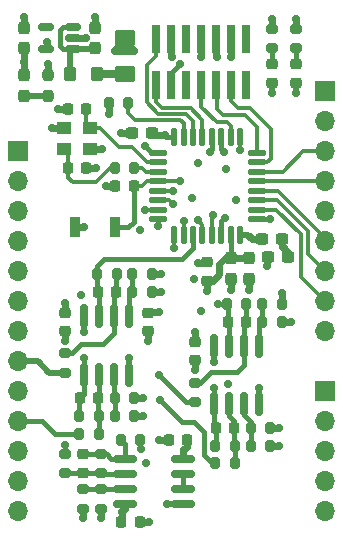
<source format=gbr>
%TF.GenerationSoftware,KiCad,Pcbnew,(6.0.9)*%
%TF.CreationDate,2023-01-29T17:21:33+01:00*%
%TF.ProjectId,witns_processing_board,7769746e-735f-4707-926f-63657373696e,rev?*%
%TF.SameCoordinates,Original*%
%TF.FileFunction,Copper,L1,Top*%
%TF.FilePolarity,Positive*%
%FSLAX46Y46*%
G04 Gerber Fmt 4.6, Leading zero omitted, Abs format (unit mm)*
G04 Created by KiCad (PCBNEW (6.0.9)) date 2023-01-29 17:21:33*
%MOMM*%
%LPD*%
G01*
G04 APERTURE LIST*
G04 Aperture macros list*
%AMRoundRect*
0 Rectangle with rounded corners*
0 $1 Rounding radius*
0 $2 $3 $4 $5 $6 $7 $8 $9 X,Y pos of 4 corners*
0 Add a 4 corners polygon primitive as box body*
4,1,4,$2,$3,$4,$5,$6,$7,$8,$9,$2,$3,0*
0 Add four circle primitives for the rounded corners*
1,1,$1+$1,$2,$3*
1,1,$1+$1,$4,$5*
1,1,$1+$1,$6,$7*
1,1,$1+$1,$8,$9*
0 Add four rect primitives between the rounded corners*
20,1,$1+$1,$2,$3,$4,$5,0*
20,1,$1+$1,$4,$5,$6,$7,0*
20,1,$1+$1,$6,$7,$8,$9,0*
20,1,$1+$1,$8,$9,$2,$3,0*%
G04 Aperture macros list end*
%TA.AperFunction,SMDPad,CuDef*%
%ADD10RoundRect,0.200000X0.200000X0.275000X-0.200000X0.275000X-0.200000X-0.275000X0.200000X-0.275000X0*%
%TD*%
%TA.AperFunction,SMDPad,CuDef*%
%ADD11RoundRect,0.150000X-0.825000X-0.150000X0.825000X-0.150000X0.825000X0.150000X-0.825000X0.150000X0*%
%TD*%
%TA.AperFunction,SMDPad,CuDef*%
%ADD12RoundRect,0.200000X0.275000X-0.200000X0.275000X0.200000X-0.275000X0.200000X-0.275000X-0.200000X0*%
%TD*%
%TA.AperFunction,SMDPad,CuDef*%
%ADD13RoundRect,0.218750X-0.256250X0.218750X-0.256250X-0.218750X0.256250X-0.218750X0.256250X0.218750X0*%
%TD*%
%TA.AperFunction,SMDPad,CuDef*%
%ADD14RoundRect,0.200000X-0.275000X0.200000X-0.275000X-0.200000X0.275000X-0.200000X0.275000X0.200000X0*%
%TD*%
%TA.AperFunction,SMDPad,CuDef*%
%ADD15RoundRect,0.125000X-0.625000X-0.125000X0.625000X-0.125000X0.625000X0.125000X-0.625000X0.125000X0*%
%TD*%
%TA.AperFunction,SMDPad,CuDef*%
%ADD16RoundRect,0.125000X-0.125000X-0.625000X0.125000X-0.625000X0.125000X0.625000X-0.125000X0.625000X0*%
%TD*%
%TA.AperFunction,SMDPad,CuDef*%
%ADD17RoundRect,0.150000X0.150000X-0.825000X0.150000X0.825000X-0.150000X0.825000X-0.150000X-0.825000X0*%
%TD*%
%TA.AperFunction,SMDPad,CuDef*%
%ADD18RoundRect,0.225000X0.225000X0.250000X-0.225000X0.250000X-0.225000X-0.250000X0.225000X-0.250000X0*%
%TD*%
%TA.AperFunction,SMDPad,CuDef*%
%ADD19RoundRect,0.237500X0.237500X-0.300000X0.237500X0.300000X-0.237500X0.300000X-0.237500X-0.300000X0*%
%TD*%
%TA.AperFunction,SMDPad,CuDef*%
%ADD20RoundRect,0.225000X-0.225000X-0.250000X0.225000X-0.250000X0.225000X0.250000X-0.225000X0.250000X0*%
%TD*%
%TA.AperFunction,SMDPad,CuDef*%
%ADD21RoundRect,0.237500X-0.237500X0.300000X-0.237500X-0.300000X0.237500X-0.300000X0.237500X0.300000X0*%
%TD*%
%TA.AperFunction,SMDPad,CuDef*%
%ADD22RoundRect,0.237500X0.300000X0.237500X-0.300000X0.237500X-0.300000X-0.237500X0.300000X-0.237500X0*%
%TD*%
%TA.AperFunction,SMDPad,CuDef*%
%ADD23RoundRect,0.225000X0.250000X-0.225000X0.250000X0.225000X-0.250000X0.225000X-0.250000X-0.225000X0*%
%TD*%
%TA.AperFunction,SMDPad,CuDef*%
%ADD24RoundRect,0.150000X0.512500X0.150000X-0.512500X0.150000X-0.512500X-0.150000X0.512500X-0.150000X0*%
%TD*%
%TA.AperFunction,SMDPad,CuDef*%
%ADD25R,0.900000X1.700000*%
%TD*%
%TA.AperFunction,SMDPad,CuDef*%
%ADD26R,0.740000X2.400000*%
%TD*%
%TA.AperFunction,SMDPad,CuDef*%
%ADD27RoundRect,0.200000X-0.200000X-0.275000X0.200000X-0.275000X0.200000X0.275000X-0.200000X0.275000X0*%
%TD*%
%TA.AperFunction,SMDPad,CuDef*%
%ADD28RoundRect,0.237500X0.237500X-0.287500X0.237500X0.287500X-0.237500X0.287500X-0.237500X-0.287500X0*%
%TD*%
%TA.AperFunction,SMDPad,CuDef*%
%ADD29R,1.300000X1.000000*%
%TD*%
%TA.AperFunction,SMDPad,CuDef*%
%ADD30RoundRect,0.237500X0.237500X-0.250000X0.237500X0.250000X-0.237500X0.250000X-0.237500X-0.250000X0*%
%TD*%
%TA.AperFunction,SMDPad,CuDef*%
%ADD31RoundRect,0.250000X0.275000X0.350000X-0.275000X0.350000X-0.275000X-0.350000X0.275000X-0.350000X0*%
%TD*%
%TA.AperFunction,SMDPad,CuDef*%
%ADD32RoundRect,0.237500X-0.300000X-0.237500X0.300000X-0.237500X0.300000X0.237500X-0.300000X0.237500X0*%
%TD*%
%TA.AperFunction,SMDPad,CuDef*%
%ADD33RoundRect,0.250001X-0.624999X0.462499X-0.624999X-0.462499X0.624999X-0.462499X0.624999X0.462499X0*%
%TD*%
%TA.AperFunction,ComponentPad*%
%ADD34R,1.700000X1.700000*%
%TD*%
%TA.AperFunction,ComponentPad*%
%ADD35O,1.700000X1.700000*%
%TD*%
%TA.AperFunction,ViaPad*%
%ADD36C,0.700000*%
%TD*%
%TA.AperFunction,Conductor*%
%ADD37C,0.400000*%
%TD*%
%TA.AperFunction,Conductor*%
%ADD38C,0.600000*%
%TD*%
%TA.AperFunction,Conductor*%
%ADD39C,0.500000*%
%TD*%
%TA.AperFunction,Conductor*%
%ADD40C,0.700000*%
%TD*%
%TA.AperFunction,Conductor*%
%ADD41C,0.300000*%
%TD*%
G04 APERTURE END LIST*
D10*
%TO.P,R310,1*%
%TO.N,+3.3VA*%
X59325000Y-118000000D03*
%TO.P,R310,2*%
%TO.N,/Analog Front-end/MCP2B+*%
X57675000Y-118000000D03*
%TD*%
D11*
%TO.P,U303,1*%
%TO.N,/Analog Front-end/TL072_OUT*%
X46025000Y-131095000D03*
%TO.P,U303,2,-*%
%TO.N,/Analog Front-end/TL072-*%
X46025000Y-132365000D03*
%TO.P,U303,3,+*%
%TO.N,/Analog Front-end/TL072+*%
X46025000Y-133635000D03*
%TO.P,U303,4,V-*%
%TO.N,-12V*%
X46025000Y-134905000D03*
%TO.P,U303,5,+*%
%TO.N,GND*%
X50975000Y-134905000D03*
%TO.P,U303,6,-*%
%TO.N,/Analog Front-end/UNUSED*%
X50975000Y-133635000D03*
%TO.P,U303,7*%
X50975000Y-132365000D03*
%TO.P,U303,8,V+*%
%TO.N,+12V*%
X50975000Y-131095000D03*
%TD*%
D12*
%TO.P,R319,1*%
%TO.N,GND*%
X44000000Y-135325000D03*
%TO.P,R319,2*%
%TO.N,/Analog Front-end/TL072+*%
X44000000Y-133675000D03*
%TD*%
D13*
%TO.P,D202,1,K*%
%TO.N,/STM32/LED2_MID*%
X58500000Y-97712500D03*
%TO.P,D202,2,A*%
%TO.N,/STM32/LED2*%
X58500000Y-99287500D03*
%TD*%
D14*
%TO.P,R317,1*%
%TO.N,/Analog Front-end/DAC_OUT*%
X41000000Y-130675000D03*
%TO.P,R317,2*%
%TO.N,/Analog Front-end/TL072-*%
X41000000Y-132325000D03*
%TD*%
D15*
%TO.P,U201,1,VDD*%
%TO.N,+3V3*%
X48825000Y-105200000D03*
%TO.P,U201,2,PF0-OSC_IN*%
%TO.N,/STM32/OSC_IN*%
X48825000Y-106000000D03*
%TO.P,U201,3,PF1-OSC_OUT*%
%TO.N,/STM32/OSC_OUT*%
X48825000Y-106800000D03*
%TO.P,U201,4,PG10-NRST*%
%TO.N,/STM32/nRST*%
X48825000Y-107600000D03*
%TO.P,U201,5,PA0*%
%TO.N,/POT_1*%
X48825000Y-108400000D03*
%TO.P,U201,6,PA1*%
%TO.N,/POT_2*%
X48825000Y-109200000D03*
%TO.P,U201,7,PA2*%
%TO.N,/POT_3*%
X48825000Y-110000000D03*
%TO.P,U201,8,PA3*%
%TO.N,/POT_4*%
X48825000Y-110800000D03*
D16*
%TO.P,U201,9,PA4*%
%TO.N,/Analog Front-end/DAC_OUT*%
X50200000Y-112175000D03*
%TO.P,U201,10,PA5*%
%TO.N,/Analog Front-end/ADC_CV4*%
X51000000Y-112175000D03*
%TO.P,U201,11,PA6*%
%TO.N,/Analog Front-end/ADC_CV2*%
X51800000Y-112175000D03*
%TO.P,U201,12,PA7*%
%TO.N,/Analog Front-end/ADC_CV3*%
X52600000Y-112175000D03*
%TO.P,U201,13,PB0*%
%TO.N,/Analog Front-end/ADC_CV1*%
X53400000Y-112175000D03*
%TO.P,U201,14,VSSA*%
%TO.N,GND*%
X54200000Y-112175000D03*
%TO.P,U201,15,VDDA*%
%TO.N,+3.3VA*%
X55000000Y-112175000D03*
%TO.P,U201,16,VSS*%
%TO.N,GND*%
X55800000Y-112175000D03*
D15*
%TO.P,U201,17,VDD*%
%TO.N,+3V3*%
X57175000Y-110800000D03*
%TO.P,U201,18,PA8*%
%TO.N,/STM32/LED_BLUE*%
X57175000Y-110000000D03*
%TO.P,U201,19,PA9*%
%TO.N,/STM32/LED_GREEN*%
X57175000Y-109200000D03*
%TO.P,U201,20,PA10*%
%TO.N,/STM32/LED_RED*%
X57175000Y-108400000D03*
%TO.P,U201,21,PA11*%
%TO.N,/STM32/ENCODER_B*%
X57175000Y-107600000D03*
%TO.P,U201,22,PA12*%
%TO.N,/STM32/ENCODER_A*%
X57175000Y-106800000D03*
%TO.P,U201,23,PA13*%
%TO.N,/STM32/SWDIO*%
X57175000Y-106000000D03*
%TO.P,U201,24,PA14*%
%TO.N,/STM32/SWCLK*%
X57175000Y-105200000D03*
D16*
%TO.P,U201,25,PA15*%
%TO.N,/STM32/ENCODER_SWITCH*%
X55800000Y-103825000D03*
%TO.P,U201,26,PB3*%
%TO.N,/STM32/SWO*%
X55000000Y-103825000D03*
%TO.P,U201,27,PB4*%
%TO.N,/STM32/LED1*%
X54200000Y-103825000D03*
%TO.P,U201,28,PB5*%
%TO.N,/STM32/LED2*%
X53400000Y-103825000D03*
%TO.P,U201,29,PB6*%
%TO.N,/STM32/VCP_TX*%
X52600000Y-103825000D03*
%TO.P,U201,30,PB7*%
%TO.N,/STM32/VCP_RX*%
X51800000Y-103825000D03*
%TO.P,U201,31,PB8-BOOT0*%
%TO.N,/STM32/BOOT0*%
X51000000Y-103825000D03*
%TO.P,U201,32,VSS*%
%TO.N,GND*%
X50200000Y-103825000D03*
%TD*%
D17*
%TO.P,U302,1*%
%TO.N,/Analog Front-end/ADC_CV3*%
X53595000Y-126475000D03*
%TO.P,U302,2,-*%
%TO.N,/Analog Front-end/MCP2A-*%
X54865000Y-126475000D03*
%TO.P,U302,3,+*%
%TO.N,/Analog Front-end/MCP2A+*%
X56135000Y-126475000D03*
%TO.P,U302,4,V-*%
%TO.N,GND*%
X57405000Y-126475000D03*
%TO.P,U302,5,+*%
%TO.N,/Analog Front-end/MCP2B+*%
X57405000Y-121525000D03*
%TO.P,U302,6,-*%
%TO.N,/Analog Front-end/MCP2B-*%
X56135000Y-121525000D03*
%TO.P,U302,7*%
%TO.N,/Analog Front-end/ADC_CV1*%
X54865000Y-121525000D03*
%TO.P,U302,8,V+*%
%TO.N,+3.3VA*%
X53595000Y-121525000D03*
%TD*%
D10*
%TO.P,R316,1*%
%TO.N,/Analog Front-end/MCP2A-*%
X55325000Y-130000000D03*
%TO.P,R316,2*%
%TO.N,/Analog Front-end/ADC_CV3*%
X53675000Y-130000000D03*
%TD*%
%TO.P,R313,1*%
%TO.N,GND*%
X59325000Y-119500000D03*
%TO.P,R313,2*%
%TO.N,/Analog Front-end/MCP2B+*%
X57675000Y-119500000D03*
%TD*%
D12*
%TO.P,R318,1*%
%TO.N,+3.3VA*%
X42500000Y-135325000D03*
%TO.P,R318,2*%
%TO.N,/Analog Front-end/TL072+*%
X42500000Y-133675000D03*
%TD*%
D18*
%TO.P,C306,1*%
%TO.N,/Analog Front-end/MCP2B-*%
X56275000Y-119500000D03*
%TO.P,C306,2*%
%TO.N,/Analog Front-end/ADC_CV1*%
X54725000Y-119500000D03*
%TD*%
D10*
%TO.P,R307,1*%
%TO.N,/Analog Front-end/MCP1B-*%
X45325000Y-115500000D03*
%TO.P,R307,2*%
%TO.N,/Analog Front-end/ADC_CV2*%
X43675000Y-115500000D03*
%TD*%
D18*
%TO.P,C203,1*%
%TO.N,GND*%
X42775000Y-106500000D03*
%TO.P,C203,2*%
%TO.N,/STM32/XTAL_OUT*%
X41225000Y-106500000D03*
%TD*%
D12*
%TO.P,R301,1*%
%TO.N,/Analog Front-end/RACK_CV2*%
X41000000Y-123825000D03*
%TO.P,R301,2*%
%TO.N,/Analog Front-end/MCP1B-*%
X41000000Y-122175000D03*
%TD*%
D13*
%TO.P,L201,1*%
%TO.N,+3V3*%
X53000000Y-114462500D03*
%TO.P,L201,2*%
%TO.N,+3.3VA*%
X53000000Y-116037500D03*
%TD*%
D12*
%TO.P,R320,1*%
%TO.N,/Analog Front-end/TL072-*%
X44000000Y-132325000D03*
%TO.P,R320,2*%
%TO.N,/Analog Front-end/TL072_OUT*%
X44000000Y-130675000D03*
%TD*%
D18*
%TO.P,C301,1*%
%TO.N,/Analog Front-end/MCP1B-*%
X45275000Y-117000000D03*
%TO.P,C301,2*%
%TO.N,/Analog Front-end/ADC_CV2*%
X43725000Y-117000000D03*
%TD*%
D10*
%TO.P,R308,1*%
%TO.N,/Analog Front-end/MCP1A-*%
X43825000Y-127500000D03*
%TO.P,R308,2*%
%TO.N,/Analog Front-end/ADC_CV4*%
X42175000Y-127500000D03*
%TD*%
D19*
%TO.P,C401,1*%
%TO.N,/Power Supply/BU33_IN*%
X43500000Y-96362500D03*
%TO.P,C401,2*%
%TO.N,GND*%
X43500000Y-94637500D03*
%TD*%
D10*
%TO.P,R312,1*%
%TO.N,+3.3VA*%
X58325000Y-130000000D03*
%TO.P,R312,2*%
%TO.N,/Analog Front-end/MCP2A+*%
X56675000Y-130000000D03*
%TD*%
D18*
%TO.P,C307,1*%
%TO.N,/Analog Front-end/MCP2A-*%
X55275000Y-128500000D03*
%TO.P,C307,2*%
%TO.N,/Analog Front-end/ADC_CV3*%
X53725000Y-128500000D03*
%TD*%
D20*
%TO.P,C202,1*%
%TO.N,GND*%
X41225000Y-101500000D03*
%TO.P,C202,2*%
%TO.N,/STM32/OSC_IN*%
X42775000Y-101500000D03*
%TD*%
D18*
%TO.P,C303,1*%
%TO.N,/Analog Front-end/MCP1A-*%
X43775000Y-126000000D03*
%TO.P,C303,2*%
%TO.N,/Analog Front-end/ADC_CV4*%
X42225000Y-126000000D03*
%TD*%
D12*
%TO.P,R309,1*%
%TO.N,/Analog Front-end/RACK_CV1*%
X52000000Y-126325000D03*
%TO.P,R309,2*%
%TO.N,/Analog Front-end/MCP2B-*%
X52000000Y-124675000D03*
%TD*%
D19*
%TO.P,C402,1*%
%TO.N,+3V3*%
X37500000Y-96362500D03*
%TO.P,C402,2*%
%TO.N,GND*%
X37500000Y-94637500D03*
%TD*%
D21*
%TO.P,C207,1*%
%TO.N,+3.3VA*%
X56500000Y-114137500D03*
%TO.P,C207,2*%
%TO.N,GND*%
X56500000Y-115862500D03*
%TD*%
D12*
%TO.P,R202,1*%
%TO.N,/STM32/LED2_MID*%
X58500000Y-96325000D03*
%TO.P,R202,2*%
%TO.N,GND*%
X58500000Y-94675000D03*
%TD*%
D22*
%TO.P,C206,1*%
%TO.N,+3V3*%
X59362500Y-112500000D03*
%TO.P,C206,2*%
%TO.N,GND*%
X57637500Y-112500000D03*
%TD*%
D17*
%TO.P,U301,1*%
%TO.N,/Analog Front-end/ADC_CV4*%
X42595000Y-123975000D03*
%TO.P,U301,2,-*%
%TO.N,/Analog Front-end/MCP1A-*%
X43865000Y-123975000D03*
%TO.P,U301,3,+*%
%TO.N,/Analog Front-end/MCP1A+*%
X45135000Y-123975000D03*
%TO.P,U301,4,V-*%
%TO.N,GND*%
X46405000Y-123975000D03*
%TO.P,U301,5,+*%
%TO.N,/Analog Front-end/MCP1B+*%
X46405000Y-119025000D03*
%TO.P,U301,6,-*%
%TO.N,/Analog Front-end/MCP1B-*%
X45135000Y-119025000D03*
%TO.P,U301,7*%
%TO.N,/Analog Front-end/ADC_CV2*%
X43865000Y-119025000D03*
%TO.P,U301,8,V+*%
%TO.N,+3.3VA*%
X42595000Y-119025000D03*
%TD*%
D23*
%TO.P,C302,1*%
%TO.N,GND*%
X48000000Y-120275000D03*
%TO.P,C302,2*%
%TO.N,+3.3VA*%
X48000000Y-118725000D03*
%TD*%
D20*
%TO.P,C308,1*%
%TO.N,GND*%
X49725000Y-129500000D03*
%TO.P,C308,2*%
%TO.N,+12V*%
X51275000Y-129500000D03*
%TD*%
D23*
%TO.P,C310,1*%
%TO.N,/Analog Front-end/TL072-*%
X42500000Y-132275000D03*
%TO.P,C310,2*%
%TO.N,/Analog Front-end/TL072_OUT*%
X42500000Y-130725000D03*
%TD*%
D10*
%TO.P,R304,1*%
%TO.N,+3.3VA*%
X46825000Y-127500000D03*
%TO.P,R304,2*%
%TO.N,/Analog Front-end/MCP1A+*%
X45175000Y-127500000D03*
%TD*%
D20*
%TO.P,C309,1*%
%TO.N,-12V*%
X45725000Y-136500000D03*
%TO.P,C309,2*%
%TO.N,GND*%
X47275000Y-136500000D03*
%TD*%
D24*
%TO.P,U401,1,IN*%
%TO.N,/Power Supply/BU33_IN*%
X41637500Y-96450000D03*
%TO.P,U401,2,GND*%
%TO.N,GND*%
X41637500Y-95500000D03*
%TO.P,U401,3,STBY*%
%TO.N,/Power Supply/BU33_IN*%
X41637500Y-94550000D03*
%TO.P,U401,4,NC*%
%TO.N,unconnected-(U401-Pad4)*%
X39362500Y-94550000D03*
%TO.P,U401,5,OUT*%
%TO.N,+3V3*%
X39362500Y-96450000D03*
%TD*%
D13*
%TO.P,D201,1,K*%
%TO.N,/STM32/LED1_MID*%
X60500000Y-97712500D03*
%TO.P,D201,2,A*%
%TO.N,/STM32/LED1*%
X60500000Y-99287500D03*
%TD*%
D12*
%TO.P,R201,1*%
%TO.N,/STM32/LED1_MID*%
X60500000Y-96325000D03*
%TO.P,R201,2*%
%TO.N,GND*%
X60500000Y-94675000D03*
%TD*%
D10*
%TO.P,R314,1*%
%TO.N,GND*%
X58325000Y-128500000D03*
%TO.P,R314,2*%
%TO.N,/Analog Front-end/MCP2A+*%
X56675000Y-128500000D03*
%TD*%
D23*
%TO.P,C304,1*%
%TO.N,GND*%
X52000000Y-122775000D03*
%TO.P,C304,2*%
%TO.N,+3.3VA*%
X52000000Y-121225000D03*
%TD*%
D10*
%TO.P,R315,1*%
%TO.N,/Analog Front-end/MCP2B-*%
X56325000Y-118000000D03*
%TO.P,R315,2*%
%TO.N,/Analog Front-end/ADC_CV1*%
X54675000Y-118000000D03*
%TD*%
D25*
%TO.P,SW201,1,1*%
%TO.N,GND*%
X41800000Y-111500000D03*
%TO.P,SW201,2,2*%
%TO.N,/STM32/nRST*%
X45200000Y-111500000D03*
%TD*%
D26*
%TO.P,J201,1,Pin_1*%
%TO.N,unconnected-(J201-Pad1)*%
X56310000Y-95550000D03*
%TO.P,J201,2,Pin_2*%
%TO.N,unconnected-(J201-Pad2)*%
X56310000Y-99450000D03*
%TO.P,J201,3,Pin_3*%
%TO.N,+3V3*%
X55040000Y-95550000D03*
%TO.P,J201,4,Pin_4*%
%TO.N,/STM32/SWDIO*%
X55040000Y-99450000D03*
%TO.P,J201,5,Pin_5*%
%TO.N,GND*%
X53770000Y-95550000D03*
%TO.P,J201,6,Pin_6*%
%TO.N,/STM32/SWCLK*%
X53770000Y-99450000D03*
%TO.P,J201,7,Pin_7*%
%TO.N,GND*%
X52500000Y-95550000D03*
%TO.P,J201,8,Pin_8*%
%TO.N,/STM32/SWO*%
X52500000Y-99450000D03*
%TO.P,J201,9,Pin_9*%
%TO.N,unconnected-(J201-Pad9)*%
X51230000Y-95550000D03*
%TO.P,J201,10,Pin_10*%
%TO.N,unconnected-(J201-Pad10)*%
X51230000Y-99450000D03*
%TO.P,J201,11,Pin_11*%
%TO.N,GND*%
X49960000Y-95550000D03*
%TO.P,J201,12,Pin_12*%
%TO.N,/STM32/nRST*%
X49960000Y-99450000D03*
%TO.P,J201,13,Pin_13*%
%TO.N,/STM32/VCP_RX*%
X48690000Y-95550000D03*
%TO.P,J201,14,Pin_14*%
%TO.N,/STM32/VCP_TX*%
X48690000Y-99450000D03*
%TD*%
D27*
%TO.P,R311,1*%
%TO.N,/Analog Front-end/RACK_CV3*%
X53675000Y-131500000D03*
%TO.P,R311,2*%
%TO.N,/Analog Front-end/MCP2A-*%
X55325000Y-131500000D03*
%TD*%
D28*
%TO.P,D401,1,K*%
%TO.N,/Power Supply/PWR_LED_MID*%
X37500000Y-100375000D03*
%TO.P,D401,2,A*%
%TO.N,+3V3*%
X37500000Y-98625000D03*
%TD*%
D29*
%TO.P,Y201,1,1*%
%TO.N,/STM32/XTAL_OUT*%
X40900000Y-104900000D03*
%TO.P,Y201,2,2*%
%TO.N,GND*%
X43100000Y-104900000D03*
%TO.P,Y201,3,3*%
%TO.N,/STM32/OSC_IN*%
X43100000Y-103100000D03*
%TO.P,Y201,4,4*%
%TO.N,GND*%
X40900000Y-103100000D03*
%TD*%
D27*
%TO.P,R203,1*%
%TO.N,/STM32/XTAL_OUT*%
X45175000Y-106500000D03*
%TO.P,R203,2*%
%TO.N,/STM32/OSC_OUT*%
X46825000Y-106500000D03*
%TD*%
D10*
%TO.P,R204,1*%
%TO.N,/STM32/BOOT0*%
X46325000Y-101000000D03*
%TO.P,R204,2*%
%TO.N,GND*%
X44675000Y-101000000D03*
%TD*%
D23*
%TO.P,C305,1*%
%TO.N,GND*%
X41000000Y-120275000D03*
%TO.P,C305,2*%
%TO.N,+3.3VA*%
X41000000Y-118725000D03*
%TD*%
D27*
%TO.P,R303,1*%
%TO.N,/Analog Front-end/RACK_CV4*%
X42175000Y-129000000D03*
%TO.P,R303,2*%
%TO.N,/Analog Front-end/MCP1A-*%
X43825000Y-129000000D03*
%TD*%
%TO.P,R321,1*%
%TO.N,/Analog Front-end/TL072_OUT*%
X45675000Y-129500000D03*
%TO.P,R321,2*%
%TO.N,/Analog Front-end/RACK_OUT*%
X47325000Y-129500000D03*
%TD*%
D30*
%TO.P,R401,1*%
%TO.N,/Power Supply/PWR_LED_MID*%
X39500000Y-100412500D03*
%TO.P,R401,2*%
%TO.N,GND*%
X39500000Y-98587500D03*
%TD*%
D21*
%TO.P,C208,1*%
%TO.N,+3.3VA*%
X55000000Y-114137500D03*
%TO.P,C208,2*%
%TO.N,GND*%
X55000000Y-115862500D03*
%TD*%
D31*
%TO.P,FB401,1*%
%TO.N,/Power Supply/FUSE*%
X43650000Y-98500000D03*
%TO.P,FB401,2*%
%TO.N,/Power Supply/BU33_IN*%
X41350000Y-98500000D03*
%TD*%
D10*
%TO.P,R302,1*%
%TO.N,+3.3VA*%
X48325000Y-115500000D03*
%TO.P,R302,2*%
%TO.N,/Analog Front-end/MCP1B+*%
X46675000Y-115500000D03*
%TD*%
D32*
%TO.P,C205,1*%
%TO.N,+3V3*%
X46637500Y-103500000D03*
%TO.P,C205,2*%
%TO.N,GND*%
X48362500Y-103500000D03*
%TD*%
D10*
%TO.P,R306,1*%
%TO.N,GND*%
X46825000Y-126000000D03*
%TO.P,R306,2*%
%TO.N,/Analog Front-end/MCP1A+*%
X45175000Y-126000000D03*
%TD*%
D18*
%TO.P,C201,1*%
%TO.N,/STM32/nRST*%
X46775000Y-108000000D03*
%TO.P,C201,2*%
%TO.N,GND*%
X45225000Y-108000000D03*
%TD*%
D22*
%TO.P,C204,1*%
%TO.N,+3V3*%
X59862500Y-114000000D03*
%TO.P,C204,2*%
%TO.N,GND*%
X58137500Y-114000000D03*
%TD*%
D10*
%TO.P,R305,1*%
%TO.N,GND*%
X48325000Y-117000000D03*
%TO.P,R305,2*%
%TO.N,/Analog Front-end/MCP1B+*%
X46675000Y-117000000D03*
%TD*%
D33*
%TO.P,F401,1*%
%TO.N,+5V*%
X46000000Y-95512500D03*
%TO.P,F401,2*%
%TO.N,/Power Supply/FUSE*%
X46000000Y-98487500D03*
%TD*%
D34*
%TO.P,J103,1,Pin_1*%
%TO.N,+3V3*%
X63000000Y-100000000D03*
D35*
%TO.P,J103,2,Pin_2*%
%TO.N,/STM32/ENCODER_SWITCH*%
X63000000Y-102540000D03*
%TO.P,J103,3,Pin_3*%
%TO.N,/STM32/ENCODER_A*%
X63000000Y-105080000D03*
%TO.P,J103,4,Pin_4*%
%TO.N,/STM32/ENCODER_B*%
X63000000Y-107620000D03*
%TO.P,J103,5,Pin_5*%
%TO.N,GND*%
X63000000Y-110160000D03*
%TO.P,J103,6,Pin_6*%
%TO.N,/STM32/LED_RED*%
X63000000Y-112700000D03*
%TO.P,J103,7,Pin_7*%
%TO.N,/STM32/LED_GREEN*%
X63000000Y-115240000D03*
%TO.P,J103,8,Pin_8*%
%TO.N,/STM32/LED_BLUE*%
X63000000Y-117780000D03*
%TO.P,J103,9,Pin_9*%
%TO.N,GND*%
X63000000Y-120320000D03*
%TD*%
D34*
%TO.P,J102,1,Pin_1*%
%TO.N,+5V*%
X63000000Y-125400000D03*
D35*
%TO.P,J102,2,Pin_2*%
%TO.N,GND*%
X63000000Y-127940000D03*
%TO.P,J102,3,Pin_3*%
%TO.N,+12V*%
X63000000Y-130480000D03*
%TO.P,J102,4,Pin_4*%
%TO.N,GND*%
X63000000Y-133020000D03*
%TO.P,J102,5,Pin_5*%
%TO.N,-12V*%
X63000000Y-135560000D03*
%TD*%
D34*
%TO.P,J101,1,Pin_1*%
%TO.N,GND*%
X37000000Y-105080000D03*
D35*
%TO.P,J101,2,Pin_2*%
%TO.N,/POT_1*%
X37000000Y-107620000D03*
%TO.P,J101,3,Pin_3*%
%TO.N,/POT_2*%
X37000000Y-110160000D03*
%TO.P,J101,4,Pin_4*%
%TO.N,/POT_3*%
X37000000Y-112700000D03*
%TO.P,J101,5,Pin_5*%
%TO.N,/POT_4*%
X37000000Y-115240000D03*
%TO.P,J101,6,Pin_6*%
%TO.N,+3.3VA*%
X37000000Y-117780000D03*
%TO.P,J101,7,Pin_7*%
%TO.N,/Analog Front-end/RACK_CV1*%
X37000000Y-120320000D03*
%TO.P,J101,8,Pin_8*%
%TO.N,/Analog Front-end/RACK_CV2*%
X37000000Y-122860000D03*
%TO.P,J101,9,Pin_9*%
%TO.N,/Analog Front-end/RACK_CV3*%
X37000000Y-125400000D03*
%TO.P,J101,10,Pin_10*%
%TO.N,/Analog Front-end/RACK_CV4*%
X37000000Y-127940000D03*
%TO.P,J101,11,Pin_11*%
%TO.N,GND*%
X37000000Y-130480000D03*
%TO.P,J101,12,Pin_12*%
%TO.N,/Analog Front-end/RACK_OUT*%
X37000000Y-133020000D03*
%TO.P,J101,13,Pin_13*%
%TO.N,GND*%
X37000000Y-135560000D03*
%TD*%
D36*
%TO.N,GND*%
X51900000Y-115900000D03*
X42700000Y-95500000D03*
X43500000Y-93700000D03*
X44400000Y-108000000D03*
X47800000Y-131500000D03*
X41000000Y-121100000D03*
X54500000Y-110700000D03*
X44700000Y-101900000D03*
X49600000Y-134900000D03*
X52500000Y-97100000D03*
X54600000Y-106600000D03*
X42600000Y-111500000D03*
X54776589Y-124798152D03*
X58500000Y-93900000D03*
X42300000Y-117200000D03*
X39900000Y-103100000D03*
X59100000Y-128500000D03*
X60100000Y-119500000D03*
X47300000Y-111700000D03*
X49100000Y-117000000D03*
X48100000Y-136500000D03*
X50000000Y-97100000D03*
X55000000Y-116800000D03*
X43600000Y-106500000D03*
X58100000Y-114800000D03*
X47600000Y-126000000D03*
X44000000Y-136100000D03*
X51700000Y-109000000D03*
X52200000Y-106100000D03*
X40400000Y-101500000D03*
X44100000Y-104900000D03*
X52500000Y-118600000D03*
X55400000Y-109200000D03*
X52000000Y-123600000D03*
X48000000Y-121100000D03*
X57400000Y-125100000D03*
X39500000Y-97700000D03*
X48900000Y-129500000D03*
X37492568Y-93696151D03*
X53800000Y-97100000D03*
X56500000Y-116800000D03*
X60500000Y-93900000D03*
X49400000Y-103700000D03*
X46400000Y-122600000D03*
X56600000Y-112300000D03*
%TO.N,+3V3*%
X52200000Y-114500000D03*
X37500000Y-97500000D03*
X39400000Y-95800000D03*
X58300000Y-110800000D03*
X47700000Y-104600000D03*
X45700000Y-103500000D03*
X59500000Y-113300000D03*
X55000000Y-97100000D03*
%TO.N,+3.3VA*%
X52000000Y-120400000D03*
X41000000Y-117900000D03*
X42600000Y-120400000D03*
X53600000Y-122900000D03*
X48900000Y-118700000D03*
X59100000Y-130000000D03*
X53000000Y-116900000D03*
X42500000Y-136100000D03*
X47600000Y-127500000D03*
X49100000Y-115500000D03*
X59300000Y-117100000D03*
%TO.N,+5V*%
X45200000Y-96600000D03*
X46800000Y-96600000D03*
X46000000Y-96600000D03*
%TO.N,/POT_1*%
X50100000Y-108400000D03*
%TO.N,/POT_2*%
X50100000Y-109500000D03*
%TO.N,/POT_3*%
X47700000Y-110000000D03*
%TO.N,/POT_4*%
X48800000Y-111400000D03*
%TO.N,/STM32/nRST*%
X50700000Y-107600000D03*
X50700000Y-97700000D03*
%TO.N,+12V*%
X51000000Y-130400000D03*
%TO.N,-12V*%
X45800000Y-135600000D03*
%TO.N,/STM32/LED1*%
X60500000Y-100100000D03*
X54400000Y-105100000D03*
%TO.N,/STM32/LED2*%
X58500000Y-100100000D03*
X53200000Y-105100000D03*
%TO.N,/Analog Front-end/RACK_CV1*%
X48900000Y-124000000D03*
%TO.N,/Analog Front-end/RACK_CV3*%
X49000000Y-126100000D03*
%TO.N,/Analog Front-end/RACK_OUT*%
X47400000Y-130300000D03*
%TO.N,/STM32/ENCODER_SWITCH*%
X55800000Y-105000000D03*
%TO.N,/Analog Front-end/DAC_OUT*%
X41000000Y-129900000D03*
X50200000Y-113300000D03*
%TO.N,/Analog Front-end/ADC_CV4*%
X51000000Y-111000000D03*
X42600000Y-122600000D03*
%TO.N,/Analog Front-end/ADC_CV1*%
X53500000Y-110500000D03*
X53900000Y-118000000D03*
%TO.N,/Analog Front-end/ADC_CV3*%
X52200000Y-110900000D03*
X53600000Y-125100000D03*
%TD*%
D37*
%TO.N,GND*%
X49525000Y-103825000D02*
X49400000Y-103700000D01*
X54200000Y-111000000D02*
X54200000Y-112175000D01*
D38*
X53770000Y-97070000D02*
X53800000Y-97100000D01*
X37492568Y-93696151D02*
X37492568Y-94630068D01*
D39*
X50970000Y-134900000D02*
X50975000Y-134905000D01*
D38*
X48000000Y-121100000D02*
X48000000Y-120275000D01*
D39*
X56475000Y-112175000D02*
X56600000Y-112300000D01*
D38*
X44700000Y-101900000D02*
X44700000Y-101025000D01*
D37*
X50200000Y-103825000D02*
X49525000Y-103825000D01*
D38*
X39900000Y-103100000D02*
X40900000Y-103100000D01*
X49400000Y-103700000D02*
X48562500Y-103700000D01*
X46825000Y-126000000D02*
X47600000Y-126000000D01*
X44700000Y-101025000D02*
X44675000Y-101000000D01*
D39*
X49600000Y-134900000D02*
X50970000Y-134900000D01*
D38*
X48562500Y-103700000D02*
X48362500Y-103500000D01*
X43500000Y-93700000D02*
X43500000Y-94637500D01*
X58500000Y-93900000D02*
X58500000Y-94675000D01*
D39*
X57405000Y-125105000D02*
X57400000Y-125100000D01*
D38*
X40400000Y-101500000D02*
X41225000Y-101500000D01*
D39*
X57405000Y-126475000D02*
X57405000Y-125105000D01*
D38*
X48100000Y-136500000D02*
X47275000Y-136500000D01*
X55000000Y-116800000D02*
X55000000Y-115862500D01*
X58100000Y-114037500D02*
X58137500Y-114000000D01*
X44100000Y-104900000D02*
X43100000Y-104900000D01*
X37492568Y-94630068D02*
X37500000Y-94637500D01*
X53770000Y-95550000D02*
X53770000Y-97070000D01*
D37*
X54500000Y-110700000D02*
X54200000Y-111000000D01*
D38*
X41000000Y-121100000D02*
X41000000Y-120275000D01*
X58100000Y-114800000D02*
X58100000Y-114037500D01*
X42600000Y-111500000D02*
X41800000Y-111500000D01*
X59100000Y-128500000D02*
X58325000Y-128500000D01*
X52500000Y-95550000D02*
X52500000Y-97100000D01*
X42700000Y-95500000D02*
X41637500Y-95500000D01*
X56500000Y-116800000D02*
X56500000Y-115862500D01*
X60500000Y-93900000D02*
X60500000Y-94675000D01*
D39*
X55800000Y-112175000D02*
X56475000Y-112175000D01*
D38*
X56800000Y-112500000D02*
X56600000Y-112300000D01*
X49960000Y-97060000D02*
X50000000Y-97100000D01*
X52000000Y-123600000D02*
X52000000Y-122775000D01*
D39*
X46405000Y-123975000D02*
X46405000Y-122605000D01*
D38*
X48900000Y-129500000D02*
X49725000Y-129500000D01*
X49960000Y-95550000D02*
X49960000Y-97060000D01*
X49100000Y-117000000D02*
X48325000Y-117000000D01*
X43600000Y-106500000D02*
X42775000Y-106500000D01*
X39500000Y-97700000D02*
X39500000Y-98587500D01*
X60100000Y-119500000D02*
X59325000Y-119500000D01*
X57637500Y-112500000D02*
X56800000Y-112500000D01*
X44400000Y-108000000D02*
X45225000Y-108000000D01*
D39*
X46405000Y-122605000D02*
X46400000Y-122600000D01*
D38*
X44000000Y-136100000D02*
X44000000Y-135325000D01*
D37*
%TO.N,+3V3*%
X58300000Y-110800000D02*
X57175000Y-110800000D01*
D38*
X45700000Y-103500000D02*
X46637500Y-103500000D01*
X37500000Y-97500000D02*
X37500000Y-96362500D01*
X52200000Y-114500000D02*
X52962500Y-114500000D01*
X59862500Y-114000000D02*
X59862500Y-113662500D01*
X52962500Y-114500000D02*
X53000000Y-114462500D01*
X59362500Y-113162500D02*
X59500000Y-113300000D01*
X55040000Y-95550000D02*
X55040000Y-97060000D01*
X39400000Y-96412500D02*
X39362500Y-96450000D01*
X55040000Y-97060000D02*
X55000000Y-97100000D01*
X37500000Y-97500000D02*
X37500000Y-98625000D01*
D37*
X48825000Y-105200000D02*
X48300000Y-105200000D01*
D38*
X39400000Y-95800000D02*
X39400000Y-96412500D01*
X59362500Y-112500000D02*
X59362500Y-113162500D01*
D37*
X48300000Y-105200000D02*
X47700000Y-104600000D01*
D38*
X59862500Y-113662500D02*
X59500000Y-113300000D01*
%TO.N,+3.3VA*%
X54925000Y-114212500D02*
X55000000Y-114137500D01*
X52000000Y-120400000D02*
X52000000Y-121225000D01*
X41000000Y-117900000D02*
X41000000Y-118725000D01*
D37*
X55000000Y-112175000D02*
X55000000Y-114137500D01*
D39*
X53595000Y-122895000D02*
X53600000Y-122900000D01*
D38*
X49100000Y-115500000D02*
X48325000Y-115500000D01*
X42500000Y-136100000D02*
X42500000Y-135325000D01*
X53462500Y-116037500D02*
X54025000Y-115475000D01*
X48025000Y-118700000D02*
X48000000Y-118725000D01*
X56500000Y-114137500D02*
X55000000Y-114137500D01*
X48900000Y-118700000D02*
X48025000Y-118700000D01*
D39*
X53595000Y-121525000D02*
X53595000Y-122895000D01*
D38*
X53000000Y-116037500D02*
X53462500Y-116037500D01*
X54025000Y-115475000D02*
X54025000Y-114587500D01*
X59300000Y-117975000D02*
X59325000Y-118000000D01*
X47600000Y-127500000D02*
X46825000Y-127500000D01*
X54475000Y-114137500D02*
X55000000Y-114137500D01*
D39*
X42595000Y-120395000D02*
X42600000Y-120400000D01*
D38*
X54025000Y-114587500D02*
X54475000Y-114137500D01*
X53000000Y-116900000D02*
X53000000Y-116037500D01*
X59100000Y-130000000D02*
X58325000Y-130000000D01*
D39*
X42595000Y-119025000D02*
X42595000Y-120395000D01*
D38*
X59300000Y-117100000D02*
X59300000Y-117975000D01*
D40*
%TO.N,+5V*%
X46000000Y-95800000D02*
X45200000Y-96600000D01*
X46000000Y-95800000D02*
X46800000Y-96600000D01*
D38*
X46000000Y-95512500D02*
X46000000Y-96600000D01*
D40*
X45200000Y-96600000D02*
X46800000Y-96600000D01*
X46000000Y-95512500D02*
X46000000Y-95800000D01*
D41*
%TO.N,/POT_1*%
X48825000Y-108400000D02*
X50100000Y-108400000D01*
%TO.N,/POT_2*%
X49800000Y-109200000D02*
X50100000Y-109500000D01*
X48825000Y-109200000D02*
X49800000Y-109200000D01*
%TO.N,/POT_3*%
X48825000Y-110000000D02*
X47700000Y-110000000D01*
D37*
%TO.N,/POT_4*%
X48825000Y-110800000D02*
X48825000Y-111375000D01*
X48825000Y-111375000D02*
X48800000Y-111400000D01*
%TO.N,/STM32/nRST*%
X46775000Y-108000000D02*
X46775000Y-111025000D01*
D41*
X47500000Y-108000000D02*
X46775000Y-108000000D01*
X48825000Y-107600000D02*
X50700000Y-107600000D01*
X47900000Y-107600000D02*
X47500000Y-108000000D01*
D37*
X49960000Y-99450000D02*
X49960000Y-98440000D01*
X49960000Y-98440000D02*
X50700000Y-97700000D01*
X46300000Y-111500000D02*
X45200000Y-111500000D01*
X46775000Y-111025000D02*
X46300000Y-111500000D01*
D41*
X48825000Y-107600000D02*
X47900000Y-107600000D01*
D37*
%TO.N,/STM32/OSC_IN*%
X42775000Y-102775000D02*
X43100000Y-103100000D01*
D41*
X48825000Y-106000000D02*
X47900000Y-106000000D01*
X46600000Y-104700000D02*
X45500000Y-104700000D01*
X45500000Y-104700000D02*
X43900000Y-103100000D01*
X43900000Y-103100000D02*
X43100000Y-103100000D01*
X47900000Y-106000000D02*
X46600000Y-104700000D01*
X42775000Y-101500000D02*
X42775000Y-102775000D01*
D38*
%TO.N,+12V*%
X51275000Y-129500000D02*
X51275000Y-130125000D01*
X51275000Y-130125000D02*
X51000000Y-130400000D01*
X50975000Y-130425000D02*
X51000000Y-130400000D01*
X50975000Y-131095000D02*
X50975000Y-130425000D01*
%TO.N,-12V*%
X45800000Y-136425000D02*
X45725000Y-136500000D01*
X46025000Y-135375000D02*
X45800000Y-135600000D01*
X45800000Y-135600000D02*
X45800000Y-136425000D01*
X46025000Y-134905000D02*
X46025000Y-135375000D01*
D37*
%TO.N,/Power Supply/BU33_IN*%
X40500000Y-94800000D02*
X40500000Y-96150000D01*
X41637500Y-94550000D02*
X40750000Y-94550000D01*
D39*
X41350000Y-98500000D02*
X41350000Y-96737500D01*
D37*
X40500000Y-96150000D02*
X40800000Y-96450000D01*
D39*
X41637500Y-96450000D02*
X43412500Y-96450000D01*
X43412500Y-96450000D02*
X43500000Y-96362500D01*
D37*
X40750000Y-94550000D02*
X40500000Y-94800000D01*
D39*
X41350000Y-96737500D02*
X41637500Y-96450000D01*
D37*
X40800000Y-96450000D02*
X41637500Y-96450000D01*
%TO.N,/STM32/LED1*%
X54200000Y-103825000D02*
X54200000Y-104900000D01*
D39*
X60500000Y-99287500D02*
X60500000Y-100100000D01*
D37*
X54200000Y-104900000D02*
X54400000Y-105100000D01*
D39*
%TO.N,/STM32/LED2*%
X58500000Y-99287500D02*
X58500000Y-100100000D01*
D37*
X53400000Y-104900000D02*
X53200000Y-105100000D01*
X53400000Y-103825000D02*
X53400000Y-104900000D01*
D40*
%TO.N,/Power Supply/FUSE*%
X43650000Y-98500000D02*
X45987500Y-98500000D01*
X45987500Y-98500000D02*
X46000000Y-98487500D01*
D37*
%TO.N,/Analog Front-end/RACK_CV1*%
X51225000Y-126325000D02*
X48900000Y-124000000D01*
X52000000Y-126325000D02*
X51225000Y-126325000D01*
D39*
%TO.N,/Analog Front-end/RACK_CV2*%
X39625000Y-123825000D02*
X41000000Y-123825000D01*
X38660000Y-122860000D02*
X39625000Y-123825000D01*
X37000000Y-122860000D02*
X38660000Y-122860000D01*
D37*
%TO.N,/Analog Front-end/RACK_CV3*%
X53400000Y-131500000D02*
X53675000Y-131500000D01*
X49000000Y-126100000D02*
X50900000Y-128000000D01*
X52700000Y-128800000D02*
X52700000Y-130800000D01*
X52700000Y-130800000D02*
X53400000Y-131500000D01*
X51900000Y-128000000D02*
X52700000Y-128800000D01*
X50900000Y-128000000D02*
X51900000Y-128000000D01*
%TO.N,/Analog Front-end/RACK_CV4*%
X39040000Y-127940000D02*
X37000000Y-127940000D01*
X42175000Y-129000000D02*
X40100000Y-129000000D01*
X40100000Y-129000000D02*
X39040000Y-127940000D01*
%TO.N,/Analog Front-end/RACK_OUT*%
X47325000Y-129500000D02*
X47325000Y-130225000D01*
X47325000Y-130225000D02*
X47400000Y-130300000D01*
D41*
%TO.N,/STM32/LED_RED*%
X59000000Y-108400000D02*
X63000000Y-112400000D01*
X57175000Y-108400000D02*
X59000000Y-108400000D01*
X63000000Y-112400000D02*
X63000000Y-112700000D01*
%TO.N,/STM32/LED_GREEN*%
X61500000Y-111800000D02*
X58900000Y-109200000D01*
X61500000Y-113740000D02*
X61500000Y-111800000D01*
X58900000Y-109200000D02*
X57175000Y-109200000D01*
X63000000Y-115240000D02*
X61500000Y-113740000D01*
%TO.N,/STM32/LED_BLUE*%
X57175000Y-110000000D02*
X58800000Y-110000000D01*
X58800000Y-110000000D02*
X60900000Y-112100000D01*
X60900000Y-112100000D02*
X60900000Y-115680000D01*
X60900000Y-115680000D02*
X63000000Y-117780000D01*
%TO.N,/STM32/ENCODER_A*%
X61120000Y-105080000D02*
X63000000Y-105080000D01*
X57175000Y-106800000D02*
X59400000Y-106800000D01*
X59400000Y-106800000D02*
X61120000Y-105080000D01*
%TO.N,/STM32/ENCODER_B*%
X57195000Y-107620000D02*
X63000000Y-107620000D01*
X57175000Y-107600000D02*
X57195000Y-107620000D01*
%TO.N,/STM32/ENCODER_SWITCH*%
X55800000Y-103825000D02*
X55800000Y-105000000D01*
%TO.N,/STM32/SWDIO*%
X57175000Y-106000000D02*
X58100000Y-106000000D01*
X58400000Y-103200000D02*
X56600000Y-101400000D01*
X56600000Y-101400000D02*
X55600000Y-101400000D01*
X58400000Y-105700000D02*
X58400000Y-103200000D01*
X55040000Y-100840000D02*
X55040000Y-99450000D01*
X58100000Y-106000000D02*
X58400000Y-105700000D01*
X55600000Y-101400000D02*
X55040000Y-100840000D01*
%TO.N,/STM32/SWCLK*%
X56200000Y-102000000D02*
X54300000Y-102000000D01*
X53800000Y-101500000D02*
X53800000Y-99480000D01*
X57175000Y-102975000D02*
X56200000Y-102000000D01*
X54300000Y-102000000D02*
X53800000Y-101500000D01*
X57175000Y-105200000D02*
X57175000Y-102975000D01*
X53800000Y-99480000D02*
X53770000Y-99450000D01*
%TO.N,/STM32/SWO*%
X52500000Y-99450000D02*
X52500000Y-101300000D01*
X52500000Y-101300000D02*
X53800000Y-102600000D01*
X53800000Y-102600000D02*
X54700000Y-102600000D01*
X54700000Y-102600000D02*
X55000000Y-102900000D01*
X55000000Y-102900000D02*
X55000000Y-103825000D01*
%TO.N,/STM32/VCP_RX*%
X51200000Y-101900000D02*
X48870000Y-101900000D01*
X51800000Y-103825000D02*
X51800000Y-102500000D01*
X47900000Y-100930000D02*
X47900000Y-97800000D01*
X47900000Y-97800000D02*
X48690000Y-97010000D01*
X48690000Y-97010000D02*
X48690000Y-95550000D01*
X48870000Y-101900000D02*
X47900000Y-100930000D01*
X51800000Y-102500000D02*
X51200000Y-101900000D01*
%TO.N,/STM32/VCP_TX*%
X52600000Y-103825000D02*
X52600000Y-102400000D01*
X49200000Y-101400000D02*
X48690000Y-100890000D01*
X51600000Y-101400000D02*
X49200000Y-101400000D01*
X52600000Y-102400000D02*
X51600000Y-101400000D01*
X48690000Y-100890000D02*
X48690000Y-99450000D01*
%TO.N,/STM32/OSC_OUT*%
X48825000Y-106800000D02*
X47800000Y-106800000D01*
X47500000Y-106500000D02*
X46825000Y-106500000D01*
X47800000Y-106800000D02*
X47500000Y-106500000D01*
%TO.N,/STM32/BOOT0*%
X46300000Y-101025000D02*
X46325000Y-101000000D01*
X50700000Y-102400000D02*
X46900000Y-102400000D01*
X51000000Y-102700000D02*
X50700000Y-102400000D01*
X46900000Y-102400000D02*
X46300000Y-101800000D01*
X51000000Y-103825000D02*
X51000000Y-102700000D01*
X46300000Y-101800000D02*
X46300000Y-101025000D01*
D37*
%TO.N,/Analog Front-end/DAC_OUT*%
X41000000Y-130675000D02*
X41000000Y-129900000D01*
D41*
X50200000Y-112175000D02*
X50200000Y-113300000D01*
D37*
%TO.N,/Analog Front-end/TL072-*%
X43950000Y-132275000D02*
X44000000Y-132325000D01*
X44040000Y-132365000D02*
X44000000Y-132325000D01*
X41050000Y-132275000D02*
X41000000Y-132325000D01*
X42500000Y-132275000D02*
X41050000Y-132275000D01*
X46025000Y-132365000D02*
X44040000Y-132365000D01*
X42500000Y-132275000D02*
X43950000Y-132275000D01*
%TO.N,/Analog Front-end/TL072_OUT*%
X46025000Y-131095000D02*
X44895000Y-131095000D01*
X43950000Y-130725000D02*
X44000000Y-130675000D01*
X44475000Y-130675000D02*
X44000000Y-130675000D01*
X44895000Y-131095000D02*
X44475000Y-130675000D01*
X46025000Y-129850000D02*
X45675000Y-129500000D01*
X42500000Y-130725000D02*
X43950000Y-130725000D01*
X46025000Y-131095000D02*
X46025000Y-129850000D01*
%TO.N,/Analog Front-end/TL072+*%
X46025000Y-133635000D02*
X44040000Y-133635000D01*
X44040000Y-133635000D02*
X44000000Y-133675000D01*
X44000000Y-133675000D02*
X42500000Y-133675000D01*
%TO.N,/Analog Front-end/MCP2B-*%
X52425000Y-124675000D02*
X53300000Y-123800000D01*
X52000000Y-124675000D02*
X52425000Y-124675000D01*
X56135000Y-123165000D02*
X56135000Y-121525000D01*
X56325000Y-118000000D02*
X56325000Y-119450000D01*
X55500000Y-123800000D02*
X56135000Y-123165000D01*
X56135000Y-121525000D02*
X56135000Y-119640000D01*
X56325000Y-119450000D02*
X56275000Y-119500000D01*
X53300000Y-123800000D02*
X55500000Y-123800000D01*
X56135000Y-119640000D02*
X56275000Y-119500000D01*
%TO.N,/Analog Front-end/ADC_CV2*%
X43675000Y-114825000D02*
X44300000Y-114200000D01*
X43675000Y-116950000D02*
X43725000Y-117000000D01*
X51800000Y-113300000D02*
X51800000Y-112175000D01*
X43865000Y-117140000D02*
X43725000Y-117000000D01*
X44300000Y-114200000D02*
X50900000Y-114200000D01*
X43675000Y-115500000D02*
X43675000Y-114825000D01*
X43865000Y-119025000D02*
X43865000Y-117140000D01*
X50900000Y-114200000D02*
X51800000Y-113300000D01*
X43675000Y-115500000D02*
X43675000Y-116950000D01*
%TO.N,/Analog Front-end/MCP2A-*%
X55275000Y-128500000D02*
X55275000Y-129950000D01*
X55325000Y-130000000D02*
X55325000Y-131500000D01*
X54865000Y-126475000D02*
X54865000Y-127465000D01*
X55275000Y-127875000D02*
X55275000Y-128500000D01*
X54865000Y-127465000D02*
X55275000Y-127875000D01*
X55275000Y-129950000D02*
X55325000Y-130000000D01*
%TO.N,/Analog Front-end/ADC_CV4*%
X42175000Y-127500000D02*
X42175000Y-126050000D01*
X42595000Y-123975000D02*
X42595000Y-122605000D01*
D41*
X51000000Y-111000000D02*
X51000000Y-112175000D01*
D37*
X42595000Y-122605000D02*
X42600000Y-122600000D01*
X42595000Y-123975000D02*
X42595000Y-125630000D01*
X42175000Y-126050000D02*
X42225000Y-126000000D01*
X42595000Y-125630000D02*
X42225000Y-126000000D01*
%TO.N,/Analog Front-end/MCP2B+*%
X57405000Y-119770000D02*
X57675000Y-119500000D01*
X57675000Y-119500000D02*
X57675000Y-118000000D01*
X57405000Y-121525000D02*
X57405000Y-119770000D01*
%TO.N,/Analog Front-end/MCP2A+*%
X56675000Y-130000000D02*
X56675000Y-128500000D01*
X56675000Y-127975000D02*
X56675000Y-128500000D01*
X56135000Y-127435000D02*
X56675000Y-127975000D01*
X56135000Y-126475000D02*
X56135000Y-127435000D01*
%TO.N,/Analog Front-end/MCP1B-*%
X44200000Y-121400000D02*
X45135000Y-120465000D01*
X42300000Y-121400000D02*
X44200000Y-121400000D01*
X45275000Y-115550000D02*
X45325000Y-115500000D01*
X41525000Y-122175000D02*
X42300000Y-121400000D01*
X41000000Y-122175000D02*
X41525000Y-122175000D01*
X45135000Y-119025000D02*
X45135000Y-117140000D01*
X45135000Y-120465000D02*
X45135000Y-119025000D01*
X45135000Y-117140000D02*
X45275000Y-117000000D01*
X45275000Y-117000000D02*
X45275000Y-115550000D01*
%TO.N,/Analog Front-end/ADC_CV1*%
X53900000Y-118000000D02*
X54675000Y-118000000D01*
X54865000Y-119640000D02*
X54725000Y-119500000D01*
D41*
X53400000Y-110600000D02*
X53400000Y-112175000D01*
D37*
X54865000Y-121525000D02*
X54865000Y-119640000D01*
D41*
X53500000Y-110500000D02*
X53400000Y-110600000D01*
D37*
X54725000Y-119500000D02*
X54725000Y-118050000D01*
X54725000Y-118050000D02*
X54675000Y-118000000D01*
%TO.N,/Analog Front-end/MCP1A-*%
X43825000Y-127500000D02*
X43825000Y-129000000D01*
X43775000Y-126000000D02*
X43775000Y-127450000D01*
X43865000Y-123975000D02*
X43865000Y-125910000D01*
X43775000Y-127450000D02*
X43825000Y-127500000D01*
X43865000Y-125910000D02*
X43775000Y-126000000D01*
%TO.N,/Analog Front-end/ADC_CV3*%
X53595000Y-128370000D02*
X53725000Y-128500000D01*
X53595000Y-125105000D02*
X53600000Y-125100000D01*
D41*
X52600000Y-111300000D02*
X52200000Y-110900000D01*
D37*
X53725000Y-128500000D02*
X53725000Y-129950000D01*
X53725000Y-129950000D02*
X53675000Y-130000000D01*
D41*
X52600000Y-112175000D02*
X52600000Y-111300000D01*
D37*
X53595000Y-126475000D02*
X53595000Y-125105000D01*
X53595000Y-126475000D02*
X53595000Y-128370000D01*
%TO.N,/Analog Front-end/MCP1B+*%
X46675000Y-115500000D02*
X46675000Y-117000000D01*
X46405000Y-117270000D02*
X46675000Y-117000000D01*
X46405000Y-119025000D02*
X46405000Y-117270000D01*
%TO.N,/Analog Front-end/MCP1A+*%
X45175000Y-126000000D02*
X45175000Y-127500000D01*
X45135000Y-125960000D02*
X45175000Y-126000000D01*
X45135000Y-123975000D02*
X45135000Y-125960000D01*
D39*
%TO.N,/Power Supply/PWR_LED_MID*%
X39500000Y-100412500D02*
X37537500Y-100412500D01*
X37537500Y-100412500D02*
X37500000Y-100375000D01*
D37*
%TO.N,/STM32/LED1_MID*%
X60500000Y-96325000D02*
X60500000Y-97712500D01*
%TO.N,/STM32/LED2_MID*%
X58500000Y-96325000D02*
X58500000Y-97712500D01*
D41*
%TO.N,/STM32/XTAL_OUT*%
X41600000Y-107700000D02*
X41200000Y-107300000D01*
D37*
X41225000Y-105225000D02*
X40900000Y-104900000D01*
X41200000Y-106525000D02*
X41225000Y-106500000D01*
D41*
X41225000Y-106500000D02*
X41225000Y-105225000D01*
X41200000Y-107300000D02*
X41200000Y-106525000D01*
X44800000Y-106500000D02*
X43600000Y-107700000D01*
X45175000Y-106500000D02*
X44800000Y-106500000D01*
X43600000Y-107700000D02*
X41600000Y-107700000D01*
D37*
%TO.N,/Analog Front-end/UNUSED*%
X50975000Y-132365000D02*
X50975000Y-133635000D01*
%TD*%
M02*

</source>
